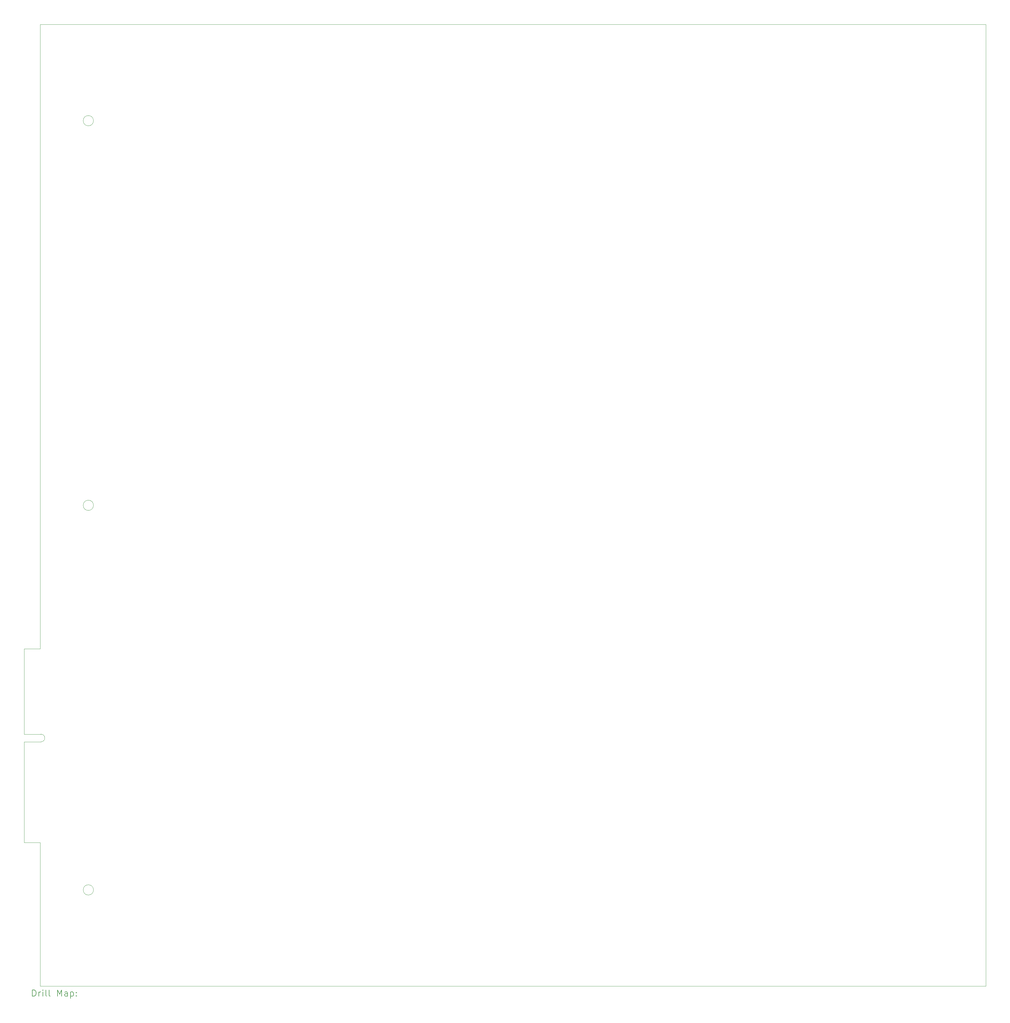
<source format=gbr>
%TF.GenerationSoftware,KiCad,Pcbnew,8.0.2-1*%
%TF.CreationDate,2024-06-03T22:05:27-04:00*%
%TF.ProjectId,Untitled,556e7469-746c-4656-942e-6b696361645f,rev?*%
%TF.SameCoordinates,Original*%
%TF.FileFunction,Drillmap*%
%TF.FilePolarity,Positive*%
%FSLAX45Y45*%
G04 Gerber Fmt 4.5, Leading zero omitted, Abs format (unit mm)*
G04 Created by KiCad (PCBNEW 8.0.2-1) date 2024-06-03 22:05:27*
%MOMM*%
%LPD*%
G01*
G04 APERTURE LIST*
%ADD10C,0.100000*%
%ADD11C,0.120000*%
%ADD12C,0.200000*%
G04 APERTURE END LIST*
D10*
X5500000Y-22477500D02*
X5500000Y-7477500D01*
X5500000Y-33000000D02*
X5500000Y-28522500D01*
X7160000Y-30000000D02*
G75*
G02*
X6840000Y-30000000I-160000J0D01*
G01*
X6840000Y-30000000D02*
G75*
G02*
X7160000Y-30000000I160000J0D01*
G01*
X5500000Y-3000000D02*
X5500000Y-7477500D01*
X7160000Y-18000000D02*
G75*
G02*
X6840000Y-18000000I-160000J0D01*
G01*
X6840000Y-18000000D02*
G75*
G02*
X7160000Y-18000000I160000J0D01*
G01*
X35000000Y-3000000D02*
X35000000Y-33000000D01*
X35000000Y-3000000D02*
X5500000Y-3000000D01*
X35000000Y-33000000D02*
X5500000Y-33000000D01*
X7160000Y-6000000D02*
G75*
G02*
X6840000Y-6000000I-160000J0D01*
G01*
X6840000Y-6000000D02*
G75*
G02*
X7160000Y-6000000I160000J0D01*
G01*
D11*
X5000000Y-22477500D02*
X5000000Y-25140500D01*
X5000000Y-25140500D02*
X5520000Y-25140500D01*
X5000000Y-25380500D02*
X5000000Y-28522500D01*
X5000000Y-28522500D02*
X5500000Y-28522500D01*
X5500000Y-22477500D02*
X5000000Y-22477500D01*
X5520000Y-25380500D02*
X5000000Y-25380500D01*
X5520000Y-25140500D02*
G75*
G02*
X5520000Y-25380500I0J-120000D01*
G01*
D12*
X5254777Y-33316484D02*
X5254777Y-33116484D01*
X5254777Y-33116484D02*
X5302396Y-33116484D01*
X5302396Y-33116484D02*
X5330967Y-33126008D01*
X5330967Y-33126008D02*
X5350015Y-33145055D01*
X5350015Y-33145055D02*
X5359539Y-33164103D01*
X5359539Y-33164103D02*
X5369063Y-33202198D01*
X5369063Y-33202198D02*
X5369063Y-33230769D01*
X5369063Y-33230769D02*
X5359539Y-33268865D01*
X5359539Y-33268865D02*
X5350015Y-33287912D01*
X5350015Y-33287912D02*
X5330967Y-33306960D01*
X5330967Y-33306960D02*
X5302396Y-33316484D01*
X5302396Y-33316484D02*
X5254777Y-33316484D01*
X5454777Y-33316484D02*
X5454777Y-33183150D01*
X5454777Y-33221246D02*
X5464301Y-33202198D01*
X5464301Y-33202198D02*
X5473824Y-33192674D01*
X5473824Y-33192674D02*
X5492872Y-33183150D01*
X5492872Y-33183150D02*
X5511920Y-33183150D01*
X5578586Y-33316484D02*
X5578586Y-33183150D01*
X5578586Y-33116484D02*
X5569063Y-33126008D01*
X5569063Y-33126008D02*
X5578586Y-33135531D01*
X5578586Y-33135531D02*
X5588110Y-33126008D01*
X5588110Y-33126008D02*
X5578586Y-33116484D01*
X5578586Y-33116484D02*
X5578586Y-33135531D01*
X5702396Y-33316484D02*
X5683348Y-33306960D01*
X5683348Y-33306960D02*
X5673824Y-33287912D01*
X5673824Y-33287912D02*
X5673824Y-33116484D01*
X5807158Y-33316484D02*
X5788110Y-33306960D01*
X5788110Y-33306960D02*
X5778586Y-33287912D01*
X5778586Y-33287912D02*
X5778586Y-33116484D01*
X6035729Y-33316484D02*
X6035729Y-33116484D01*
X6035729Y-33116484D02*
X6102396Y-33259341D01*
X6102396Y-33259341D02*
X6169062Y-33116484D01*
X6169062Y-33116484D02*
X6169062Y-33316484D01*
X6350015Y-33316484D02*
X6350015Y-33211722D01*
X6350015Y-33211722D02*
X6340491Y-33192674D01*
X6340491Y-33192674D02*
X6321443Y-33183150D01*
X6321443Y-33183150D02*
X6283348Y-33183150D01*
X6283348Y-33183150D02*
X6264301Y-33192674D01*
X6350015Y-33306960D02*
X6330967Y-33316484D01*
X6330967Y-33316484D02*
X6283348Y-33316484D01*
X6283348Y-33316484D02*
X6264301Y-33306960D01*
X6264301Y-33306960D02*
X6254777Y-33287912D01*
X6254777Y-33287912D02*
X6254777Y-33268865D01*
X6254777Y-33268865D02*
X6264301Y-33249817D01*
X6264301Y-33249817D02*
X6283348Y-33240293D01*
X6283348Y-33240293D02*
X6330967Y-33240293D01*
X6330967Y-33240293D02*
X6350015Y-33230769D01*
X6445253Y-33183150D02*
X6445253Y-33383150D01*
X6445253Y-33192674D02*
X6464301Y-33183150D01*
X6464301Y-33183150D02*
X6502396Y-33183150D01*
X6502396Y-33183150D02*
X6521443Y-33192674D01*
X6521443Y-33192674D02*
X6530967Y-33202198D01*
X6530967Y-33202198D02*
X6540491Y-33221246D01*
X6540491Y-33221246D02*
X6540491Y-33278388D01*
X6540491Y-33278388D02*
X6530967Y-33297436D01*
X6530967Y-33297436D02*
X6521443Y-33306960D01*
X6521443Y-33306960D02*
X6502396Y-33316484D01*
X6502396Y-33316484D02*
X6464301Y-33316484D01*
X6464301Y-33316484D02*
X6445253Y-33306960D01*
X6626205Y-33297436D02*
X6635729Y-33306960D01*
X6635729Y-33306960D02*
X6626205Y-33316484D01*
X6626205Y-33316484D02*
X6616682Y-33306960D01*
X6616682Y-33306960D02*
X6626205Y-33297436D01*
X6626205Y-33297436D02*
X6626205Y-33316484D01*
X6626205Y-33192674D02*
X6635729Y-33202198D01*
X6635729Y-33202198D02*
X6626205Y-33211722D01*
X6626205Y-33211722D02*
X6616682Y-33202198D01*
X6616682Y-33202198D02*
X6626205Y-33192674D01*
X6626205Y-33192674D02*
X6626205Y-33211722D01*
M02*

</source>
